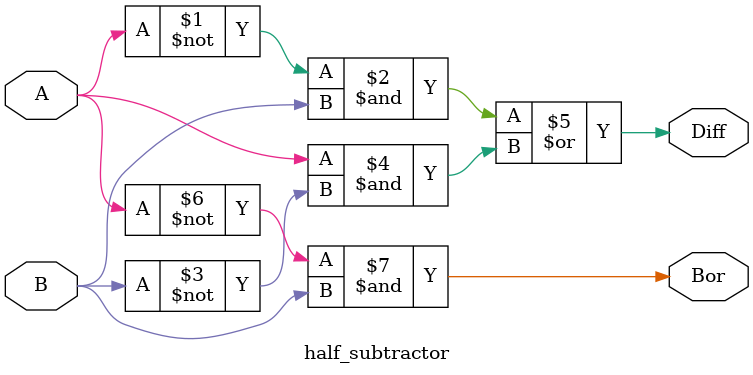
<source format=v>
module half_subtractor(
 input A , B ,
 output Diff, Bor
);

 assign Diff = (~A & B)| (A & ~B);
 assign Bor  =  ~A & B ;


endmodule 

</source>
